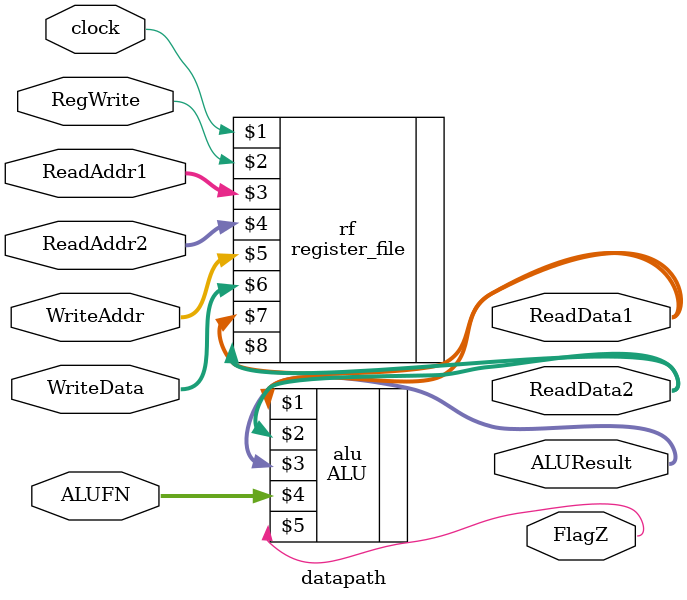
<source format=sv>
`timescale 1ns / 1ps
`default_nettype none


module datapath #(
    parameter Abits = 5,
    parameter Dbits = 4,
    parameter Nloc = 16
)(
    input wire clock,
    input wire RegWrite,
    input wire [$clog2(Nloc)-1 : 0] ReadAddr1, ReadAddr2, WriteAddr,
    input wire [4:0] ALUFN,
    input wire [Dbits-1 : 0] WriteData,
    output logic [Dbits-1 : 0] ReadData1, ReadData2, ALUResult,
    output wire FlagZ
    );
    
    register_file #(Nloc, Dbits) rf(clock, RegWrite, ReadAddr1, ReadAddr2, WriteAddr, WriteData, ReadData1, ReadData2);
    ALU #(Dbits) alu(ReadData1, ReadData2, ALUResult, ALUFN, FlagZ);
    
endmodule

</source>
